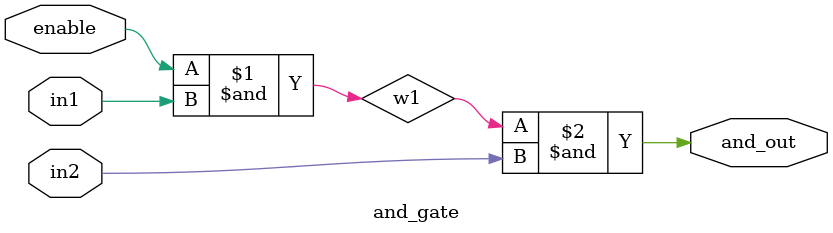
<source format=v>
module and_gate (
    input wire in1, 
    input wire in2,
    input wire enable,
    output wire and_out
    );

wire w1;

and u0 (w1, enable, in1);
and u1 (and_out, w1, in2);

endmodule

</source>
